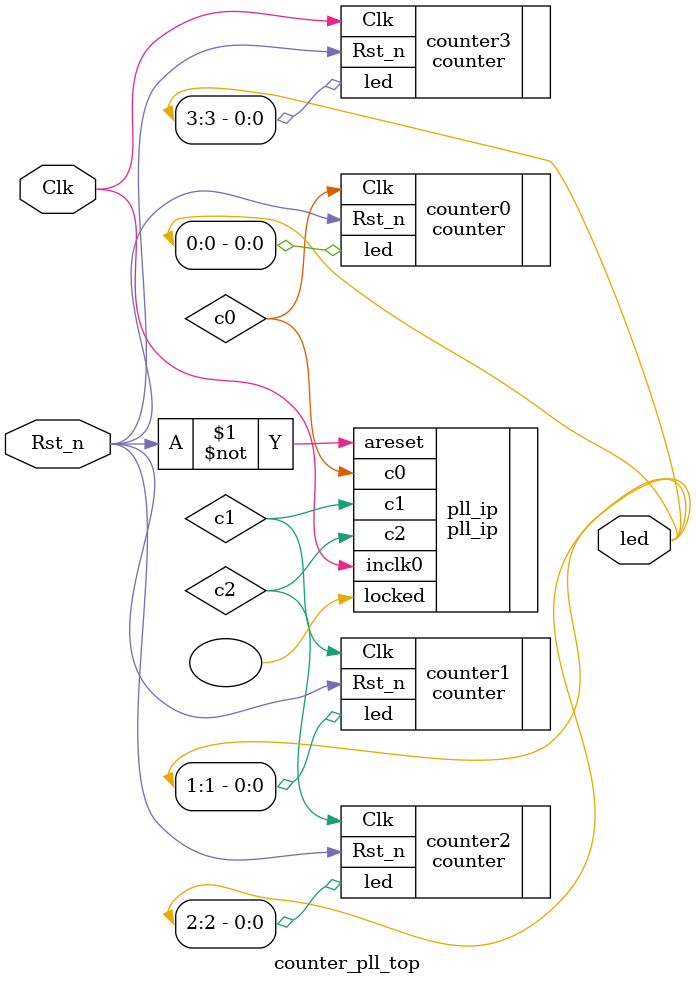
<source format=v>
module counter_pll_top(
	Clk, 
	Rst_n,
	led
	);
	
	input Clk;
	input Rst_n;
	
	output [3:0] led;
	
	wire [3:0] led;
	
	wire c0, c1, c2;
	
	
	pll_ip pll_ip(
		.areset(~Rst_n),
		.inclk0(Clk),
		.c0(c0),
		.c1(c1),
		.c2(c2),
		.locked()
	);
	
	counter counter0(
		.Clk(c0), 
		.Rst_n(Rst_n), 
		.led(led[0])
	);

	counter counter1(
		.Clk(c1), 
		.Rst_n(Rst_n), 
		.led(led[1])
	);

	counter counter2(
		.Clk(c2), 
		.Rst_n(Rst_n), 
		.led(led[2])
	);
	
	counter counter3(
		.Clk(Clk), 
		.Rst_n(Rst_n), 
		.led(led[3])
	);
	
endmodule

</source>
